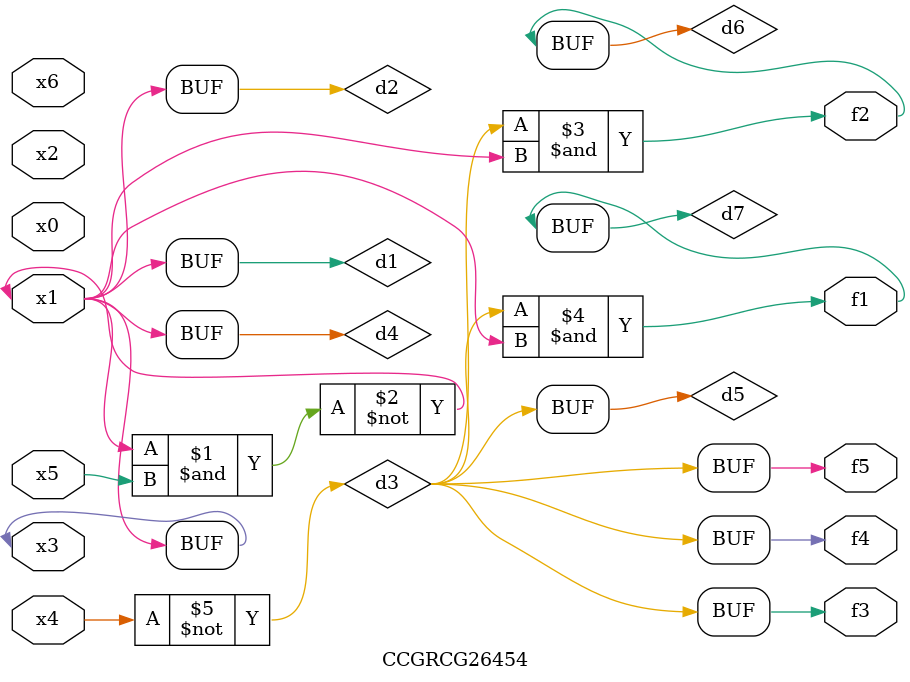
<source format=v>
module CCGRCG26454(
	input x0, x1, x2, x3, x4, x5, x6,
	output f1, f2, f3, f4, f5
);

	wire d1, d2, d3, d4, d5, d6, d7;

	buf (d1, x1, x3);
	nand (d2, x1, x5);
	not (d3, x4);
	buf (d4, d1, d2);
	buf (d5, d3);
	and (d6, d3, d4);
	and (d7, d3, d4);
	assign f1 = d7;
	assign f2 = d6;
	assign f3 = d5;
	assign f4 = d5;
	assign f5 = d5;
endmodule

</source>
